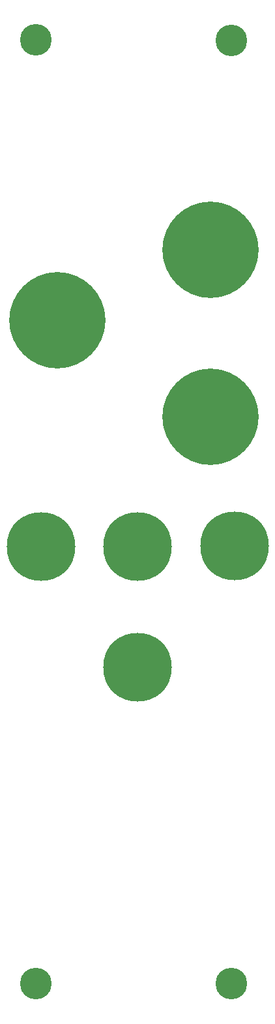
<source format=gbs>
G04 (created by PCBNEW-RS274X (2012-apr-16-27)-stable) date Thu 18 Jun 2015 01:41:52 CEST*
G01*
G70*
G90*
%MOIN*%
G04 Gerber Fmt 3.4, Leading zero omitted, Abs format*
%FSLAX34Y34*%
G04 APERTURE LIST*
%ADD10C,0.006000*%
%ADD11C,0.161700*%
%ADD12C,0.350700*%
%ADD13C,0.492400*%
G04 APERTURE END LIST*
G54D10*
G54D11*
X55970Y-68620D03*
X45955Y-68620D03*
X45955Y-20385D03*
X55970Y-20415D03*
G54D12*
X51176Y-52455D03*
X51152Y-46288D03*
X56124Y-46244D03*
X46224Y-46288D03*
G54D13*
X54892Y-39644D03*
X47075Y-34720D03*
X54914Y-31108D03*
M02*

</source>
